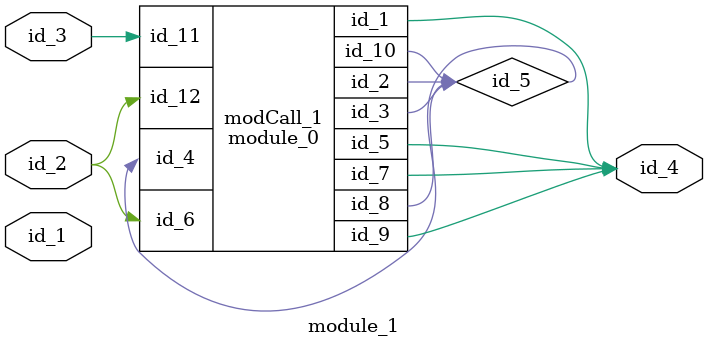
<source format=v>
module module_0 (
    id_1,
    id_2,
    id_3,
    id_4,
    id_5,
    id_6,
    id_7,
    id_8,
    id_9,
    id_10,
    id_11,
    id_12
);
  input wire id_12;
  input wire id_11;
  inout wire id_10;
  output wire id_9;
  output wire id_8;
  output wire id_7;
  input wire id_6;
  output wire id_5;
  input wire id_4;
  output wire id_3;
  inout wire id_2;
  output wire id_1;
  assign id_2 = 1;
endmodule
module module_1 (
    id_1,
    id_2,
    id_3,
    id_4
);
  output wire id_4;
  input wire id_3;
  inout wire id_2;
  input wire id_1;
  wire id_5;
  module_0 modCall_1 (
      id_4,
      id_5,
      id_5,
      id_5,
      id_4,
      id_2,
      id_4,
      id_5,
      id_4,
      id_5,
      id_3,
      id_2
  );
endmodule

</source>
